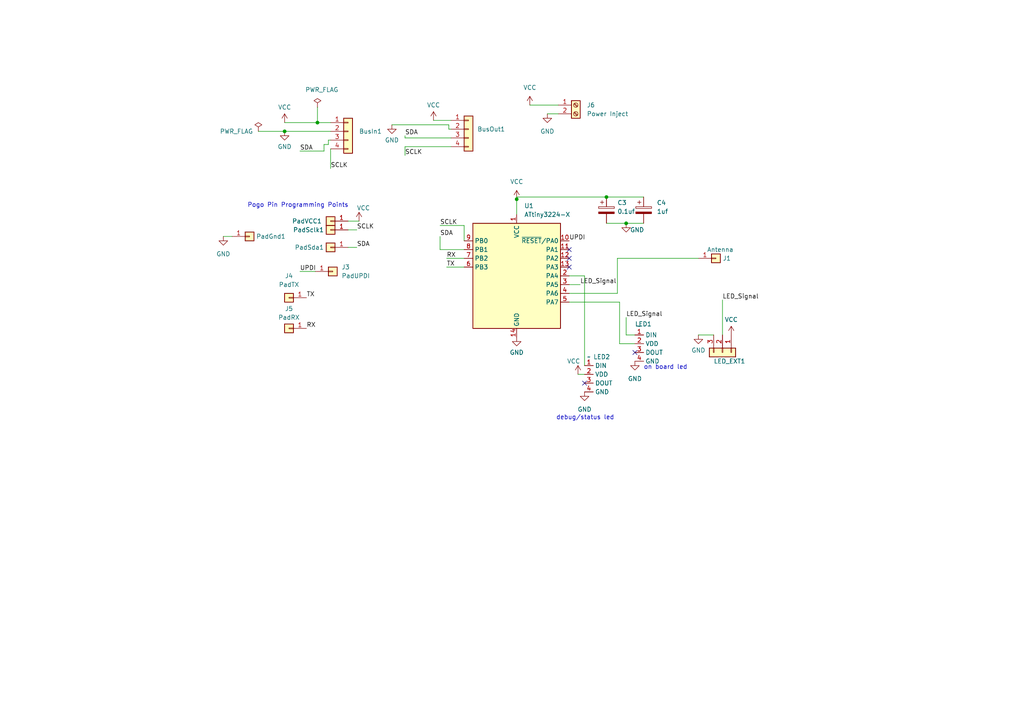
<source format=kicad_sch>
(kicad_sch (version 20230121) (generator eeschema)
  (paper "A4")
  (lib_symbols
    (symbol "CapacitiveLedFadeLibrary:SK6805-EC15"
      (property "Reference" "LED" (at 0 0 0))
      (symbol "SK6805-EC15_1_1"
        (pin input line (at -1.27 -2.54 0) (length 2.54) (name "DIN") (number "1"))
        (pin input line (at -1.27 -5.08 0) (length 2.54) (name "VDD") (number "2"))
        (pin output line (at -1.27 -7.62 0) (length 2.54) (name "DOUT") (number "3"))
        (pin input line (at -1.27 -10.16 0) (length 2.54) (name "GND") (number "4"))
      )
    )
    (symbol "Connector:Screw_Terminal_01x02" (pin_names (offset 1.016) hide)
      (property "Reference" "J" (at 0 2.54 0))
      (property "Value" "Screw_Terminal_01x02" (at 0 -5.08 0))
      (symbol "Screw_Terminal_01x02_1_1"
        (rectangle (start -1.27 1.27) (end 1.27 -3.81) (stroke (width 0.254)) (fill (type background)))
        (circle (center 0 -2.54) (radius 0.635) (stroke (width 0.1524)))
        (polyline (pts (xy -0.5334 -2.2098) (xy 0.3302 -3.048)) (stroke (width 0.1524)))
        (polyline (pts (xy -0.5334 0.3302) (xy 0.3302 -0.508)) (stroke (width 0.1524)))
        (polyline (pts (xy -0.3556 -2.032) (xy 0.508 -2.8702)) (stroke (width 0.1524)))
        (polyline (pts (xy -0.3556 0.508) (xy 0.508 -0.3302)) (stroke (width 0.1524)))
        (circle (center 0 0) (radius 0.635) (stroke (width 0.1524)))
        (pin passive line (at -5.08 0 0) (length 3.81) (name "Pin_1") (number "1"))
        (pin passive line (at -5.08 -2.54 0) (length 3.81) (name "Pin_2") (number "2"))
      )
    )
    (symbol "Connector_Generic:Conn_01x01" (pin_names (offset 1.016) hide)
      (property "Reference" "J" (at 0 2.54 0))
      (property "Value" "Conn_01x01" (at 0 -2.54 0))
      (symbol "Conn_01x01_1_1"
        (rectangle (start -1.27 0.127) (end 0 -0.127) (stroke (width 0.1524)))
        (rectangle (start -1.27 1.27) (end 1.27 -1.27) (stroke (width 0.254)) (fill (type background)))
        (pin passive line (at -5.08 0 0) (length 3.81) (name "Pin_1") (number "1"))
      )
    )
    (symbol "Connector_Generic:Conn_01x03" (pin_names (offset 1.016) hide)
      (property "Reference" "J" (at 0 5.08 0))
      (property "Value" "Conn_01x03" (at 0 -5.08 0))
      (symbol "Conn_01x03_1_1"
        (rectangle (start -1.27 -2.413) (end 0 -2.667) (stroke (width 0.1524)))
        (rectangle (start -1.27 0.127) (end 0 -0.127) (stroke (width 0.1524)))
        (rectangle (start -1.27 2.667) (end 0 2.413) (stroke (width 0.1524)))
        (rectangle (start -1.27 3.81) (end 1.27 -3.81) (stroke (width 0.254)) (fill (type background)))
        (pin passive line (at -5.08 2.54 0) (length 3.81) (name "Pin_1") (number "1"))
        (pin passive line (at -5.08 0 0) (length 3.81) (name "Pin_2") (number "2"))
        (pin passive line (at -5.08 -2.54 0) (length 3.81) (name "Pin_3") (number "3"))
      )
    )
    (symbol "Connector_Generic:Conn_01x04" (pin_names (offset 1.016) hide)
      (property "Reference" "J" (at 0 5.08 0))
      (property "Value" "Conn_01x04" (at 0 -7.62 0))
      (symbol "Conn_01x04_1_1"
        (rectangle (start -1.27 -4.953) (end 0 -5.207) (stroke (width 0.1524)))
        (rectangle (start -1.27 -2.413) (end 0 -2.667) (stroke (width 0.1524)))
        (rectangle (start -1.27 0.127) (end 0 -0.127) (stroke (width 0.1524)))
        (rectangle (start -1.27 2.667) (end 0 2.413) (stroke (width 0.1524)))
        (rectangle (start -1.27 3.81) (end 1.27 -6.35) (stroke (width 0.254)) (fill (type background)))
        (pin passive line (at -5.08 2.54 0) (length 3.81) (name "Pin_1") (number "1"))
        (pin passive line (at -5.08 0 0) (length 3.81) (name "Pin_2") (number "2"))
        (pin passive line (at -5.08 -2.54 0) (length 3.81) (name "Pin_3") (number "3"))
        (pin passive line (at -5.08 -5.08 0) (length 3.81) (name "Pin_4") (number "4"))
      )
    )
    (symbol "Device:C_Polarized" (pin_numbers hide) (pin_names (offset 0.254))
      (property "Reference" "C" (at 0.635 2.54 0))
      (property "Value" "C_Polarized" (at 0.635 -2.54 0))
      (symbol "C_Polarized_0_1"
        (rectangle (start -2.286 0.508) (end 2.286 1.016))
        (polyline (pts (xy -1.778 2.286) (xy -0.762 2.286)))
        (polyline (pts (xy -1.27 2.794) (xy -1.27 1.778)))
        (rectangle (start 2.286 -0.508) (end -2.286 -1.016) (fill (type outline)))
      )
      (symbol "C_Polarized_1_1"
        (pin passive line (at 0 3.81 270) (length 2.794) (name "~") (number "1"))
        (pin passive line (at 0 -3.81 90) (length 2.794) (name "~") (number "2"))
      )
    )
    (symbol "MCU_Microchip_ATtiny:ATtiny3224-X"
      (property "Reference" "U" (at -12.7 16.51 0))
      (property "Value" "ATtiny3224-X" (at 2.54 -16.51 0))
      (symbol "ATtiny3224-X_0_1"
        (rectangle (start -12.7 -15.24) (end 12.7 15.24) (stroke (width 0.254)) (fill (type background)))
      )
      (symbol "ATtiny3224-X_1_1"
        (pin power_in line (at 0 17.78 270) (length 2.54) (name "VCC") (number "1"))
        (pin bidirectional line (at 15.24 10.16 180) (length 2.54) (name "~{RESET}/PA0") (number "10"))
        (pin bidirectional line (at 15.24 7.62 180) (length 2.54) (name "PA1") (number "11"))
        (pin bidirectional line (at 15.24 5.08 180) (length 2.54) (name "PA2") (number "12"))
        (pin bidirectional line (at 15.24 2.54 180) (length 2.54) (name "PA3") (number "13"))
        (pin power_in line (at 0 -17.78 90) (length 2.54) (name "GND") (number "14"))
        (pin bidirectional line (at 15.24 0 180) (length 2.54) (name "PA4") (number "2"))
        (pin bidirectional line (at 15.24 -2.54 180) (length 2.54) (name "PA5") (number "3"))
        (pin bidirectional line (at 15.24 -5.08 180) (length 2.54) (name "PA6") (number "4"))
        (pin bidirectional line (at 15.24 -7.62 180) (length 2.54) (name "PA7") (number "5"))
        (pin bidirectional line (at -15.24 2.54 0) (length 2.54) (name "PB3") (number "6"))
        (pin bidirectional line (at -15.24 5.08 0) (length 2.54) (name "PB2") (number "7"))
        (pin bidirectional line (at -15.24 7.62 0) (length 2.54) (name "PB1") (number "8"))
        (pin bidirectional line (at -15.24 10.16 0) (length 2.54) (name "PB0") (number "9"))
      )
    )
    (symbol "power:GND" (power) (pin_names (offset 0))
      (property "Value" "GND" (at 0 -3.81 0))
      (symbol "GND_0_1"
        (polyline (pts (xy 0 0) (xy 0 -1.27) (xy 1.27 -1.27) (xy 0 -2.54) (xy -1.27 -1.27) (xy 0 -1.27)))
      )
      (symbol "GND_1_1"
        (pin power_in line (at 0 0 270) (length 0) hide (name "GND") (number "1"))
      )
    )
    (symbol "power:PWR_FLAG" (power) (pin_numbers hide) (pin_names (offset 0) hide)
      (property "Value" "PWR_FLAG" (at 0 3.81 0))
      (symbol "PWR_FLAG_0_0"
        (pin power_out line (at 0 0 90) (length 0) (name "pwr") (number "1"))
      )
      (symbol "PWR_FLAG_0_1"
        (polyline (pts (xy 0 0) (xy 0 1.27) (xy -1.016 1.905) (xy 0 2.54) (xy 1.016 1.905) (xy 0 1.27)))
      )
    )
    (symbol "power:VCC" (power) (pin_names (offset 0))
      (property "Value" "VCC" (at 0 3.81 0))
      (symbol "VCC_0_1"
        (polyline (pts (xy -0.762 1.27) (xy 0 2.54)))
        (polyline (pts (xy 0 0) (xy 0 2.54)))
        (polyline (pts (xy 0 2.54) (xy 0.762 1.27)))
      )
      (symbol "VCC_1_1"
        (pin power_in line (at 0 0 90) (length 0) hide (name "VCC") (number "1"))
      )
    )
  )
  (junction (at 181.61 64.77))
  (junction (at 149.86 57.785))
  (junction (at 82.55 38.1))
  (junction (at 92.075 35.56))
  (junction (at 175.895 57.15))
  (no_connect (at 165.1 74.93))
  (no_connect (at 165.1 77.47))
  (no_connect (at 165.1 72.39))
  (no_connect (at 169.545 111.125))
  (no_connect (at 184.15 102.235))
  (wire (pts (xy 130.81 40.005) (xy 117.475 40.005)))
  (wire (pts (xy 82.55 35.56) (xy 92.075 35.56)))
  (wire (pts (xy 117.475 40.005) (xy 117.475 39.37)))
  (wire (pts (xy 117.475 42.545) (xy 117.475 45.085)))
  (wire (pts (xy 179.705 87.63) (xy 179.705 99.695)))
  (wire (pts (xy 175.895 57.15) (xy 149.86 57.15)))
  (wire (pts (xy 130.175 36.195) (xy 130.175 37.465)))
  (wire (pts (xy 95.885 43.18) (xy 95.885 48.895)))
  (wire (pts (xy 202.565 74.93) (xy 179.07 74.93)))
  (wire (pts (xy 153.67 30.48) (xy 161.925 30.48)))
  (wire (pts (xy 125.73 34.925) (xy 130.81 34.925)))
  (wire (pts (xy 165.1 87.63) (xy 179.705 87.63)))
  (wire (pts (xy 175.895 64.77) (xy 181.61 64.77)))
  (wire (pts (xy 86.995 78.74) (xy 91.44 78.74)))
  (wire (pts (xy 64.77 68.58) (xy 67.31 68.58)))
  (wire (pts (xy 100.965 71.755) (xy 103.505 71.755)))
  (wire (pts (xy 86.995 43.815) (xy 93.98 43.815)))
  (wire (pts (xy 130.81 42.545) (xy 117.475 42.545)))
  (wire (pts (xy 82.55 38.1) (xy 95.885 38.1)))
  (wire (pts (xy 134.62 69.85) (xy 134.62 65.405)))
  (wire (pts (xy 209.55 86.995) (xy 209.55 97.155)))
  (wire (pts (xy 129.54 74.93) (xy 134.62 74.93)))
  (wire (pts (xy 181.61 92.075) (xy 181.61 97.155)))
  (wire (pts (xy 149.86 57.15) (xy 149.86 57.785)))
  (wire (pts (xy 74.93 38.1) (xy 82.55 38.1)))
  (wire (pts (xy 181.61 64.77) (xy 186.69 64.77)))
  (wire (pts (xy 179.07 85.09) (xy 165.1 85.09)))
  (wire (pts (xy 95.25 40.64) (xy 95.885 40.64)))
  (wire (pts (xy 179.705 99.695) (xy 184.15 99.695)))
  (wire (pts (xy 179.07 74.93) (xy 179.07 85.09)))
  (wire (pts (xy 95.25 41.91) (xy 95.25 40.64)))
  (wire (pts (xy 158.75 33.02) (xy 161.925 33.02)))
  (wire (pts (xy 92.075 31.115) (xy 92.075 35.56)))
  (wire (pts (xy 127.635 72.39) (xy 127.635 68.58)))
  (wire (pts (xy 181.61 97.155) (xy 184.15 97.155)))
  (wire (pts (xy 167.64 108.585) (xy 169.545 108.585)))
  (wire (pts (xy 168.275 82.55) (xy 165.1 82.55)))
  (wire (pts (xy 202.565 97.155) (xy 207.01 97.155)))
  (wire (pts (xy 130.175 37.465) (xy 130.81 37.465)))
  (wire (pts (xy 165.1 80.01) (xy 169.545 80.01)))
  (wire (pts (xy 134.62 72.39) (xy 127.635 72.39)))
  (wire (pts (xy 100.965 66.675) (xy 103.505 66.675)))
  (wire (pts (xy 149.86 57.785) (xy 149.86 62.23)))
  (wire (pts (xy 129.54 77.47) (xy 134.62 77.47)))
  (wire (pts (xy 100.965 64.135) (xy 104.14 64.135)))
  (wire (pts (xy 92.075 35.56) (xy 95.885 35.56)))
  (wire (pts (xy 175.895 57.15) (xy 186.69 57.15)))
  (wire (pts (xy 134.62 65.405) (xy 127.635 65.405)))
  (wire (pts (xy 93.98 41.91) (xy 93.98 43.815)))
  (wire (pts (xy 93.98 41.91) (xy 95.25 41.91)))
  (wire (pts (xy 113.665 36.195) (xy 130.175 36.195)))
  (wire (pts (xy 169.545 80.01) (xy 169.545 106.045)))
  (text "on board led" (at 186.69 107.315 0) (effects (font (size 1.27 1.27)) (justify left bottom)))
  (text "debug/status led" (at 161.29 121.92 0) (effects (font (size 1.27 1.27)) (justify left bottom)))
  (text "Pogo Pin Programming Points\n" (at 71.755 60.325 0) (effects (font (size 1.27 1.27)) (justify left bottom)))
  (label "SCLK" (at 127.635 65.405 0))
  (label "UPDI" (at 86.995 78.74 0))
  (label "RX" (at 88.9 95.25 0))
  (label "TX" (at 88.9 86.36 0))
  (label "LED_Signal" (at 168.275 82.55 0))
  (label "SDA" (at 117.475 39.37 0))
  (label "LED_Signal" (at 181.61 92.075 0))
  (label "TX" (at 129.54 77.47 0))
  (label "SDA" (at 127.635 68.58 0))
  (label "SCLK" (at 117.475 45.085 0))
  (label "LED_Signal" (at 209.55 86.995 0))
  (label "UPDI" (at 165.1 69.85 0))
  (label "SCLK" (at 103.505 66.675 0))
  (label "SDA" (at 86.995 43.815 0))
  (label "SDA" (at 103.505 71.755 0))
  (label "RX" (at 129.54 74.93 0))
  (label "SCLK" (at 95.885 48.895 0))
  (symbol (lib_id "power:VCC") (at 167.64 108.585 0) (unit 1)
    (property "Reference" "#PWR020" (effects hide))
    (property "Value" "VCC" (at 166.37 104.775 0))
  )
  (symbol (lib_id "Device:C_Polarized") (at 186.69 60.96 0) (unit 1)
    (property "Reference" "C4" (at 190.5 58.801 0) (effects (justify left)))
    (property "Value" "1uf" (at 190.5 61.341 0) (effects (justify left)))
    (property "Footprint" "Capacitor_SMD:C_0603_1608Metric" (effects hide))
  )
  (symbol (lib_id "power:GND") (at 149.86 97.79 0) (unit 1)
    (property "Reference" "#PWR015" (effects hide))
    (property "Value" "GND" (at 149.86 102.235 0))
  )
  (symbol (lib_id "Connector_Generic:Conn_01x01") (at 95.885 64.135 180) (unit 1)
    (property "Reference" "PadVCC1" (at 93.345 64.135 0) (effects (justify left)))
    (property "Value" "VCC" (effects hide))
    (property "Footprint" "Library:TestPoint_Pad_1.5mm_circular" (effects hide))
  )
  (symbol (lib_id "power:VCC") (at 149.86 57.785 0) (unit 1)
    (property "Reference" "#PWR014" (effects hide))
    (property "Value" "VCC" (at 149.86 52.705 0))
  )
  (symbol (lib_id "Connector:Screw_Terminal_01x02") (at 167.005 30.48 0) (unit 1)
    (property "Reference" "J6" (at 170.18 30.48 0) (effects (justify left)))
    (property "Value" "Power Inject" (at 170.18 33.02 0) (effects (justify left)))
    (property "Footprint" "Library:2Pad" (effects hide))
  )
  (symbol (lib_id "power:PWR_FLAG") (at 74.93 38.1 0) (unit 1)
    (property "Reference" "#FLG02" (effects hide))
    (property "Value" "PWR_FLAG" (at 68.58 38.1 0))
  )
  (symbol (lib_id "power:VCC") (at 153.67 30.48 0) (unit 1)
    (property "Reference" "#PWR013" (effects hide))
    (property "Value" "VCC" (at 153.67 25.4 0))
  )
  (symbol (lib_id "power:VCC") (at 104.14 64.135 0) (unit 1)
    (property "Reference" "#PWR010" (effects hide))
    (property "Value" "VCC" (at 105.41 60.325 0))
  )
  (symbol (lib_id "Connector_Generic:Conn_01x01") (at 72.39 68.58 0) (unit 1)
    (property "Reference" "PadGnd1" (at 74.295 68.58 0) (effects (justify left)))
    (property "Value" "GND" (effects hide))
    (property "Footprint" "Library:TestPoint_Pad_1.5mm_circular" (effects hide))
  )
  (symbol (lib_id "CapacitiveLedFadeLibrary:SK6805-EC15") (at 185.42 94.615 0) (unit 1)
    (property "Reference" "LED1" (at 184.15 93.98 0) (effects (justify left)))
    (property "Value" "~" (at 185.42 94.615 0))
    (property "Footprint" "CapacitiveLedFadeLibrary:SK6805-EC15" (effects hide))
  )
  (symbol (lib_id "MCU_Microchip_ATtiny:ATtiny3224-X") (at 149.86 80.01 0) (unit 1)
    (property "Reference" "U1" (at 152.0541 59.69 0) (effects (justify left)))
    (property "Value" "ATtiny3224-X" (at 152.0541 62.23 0) (effects (justify left)))
    (property "Footprint" "Package_SO:TSSOP-14_4.4x5mm_P0.65mm" (effects hide))
    (property "Datasheet" "https://ww1.microchip.com/downloads/en/DeviceDoc/ATtiny3224-3226-3227-Data-Sheet-DS40002345A.pdf" (effects hide))
  )
  (symbol (lib_id "Connector_Generic:Conn_01x01") (at 95.885 71.755 180) (unit 1)
    (property "Reference" "PadSda1" (at 93.98 71.755 0) (effects (justify left)))
    (property "Value" "SDA" (effects hide))
    (property "Footprint" "Library:TestPoint_Pad_1.5mm_circular" (effects hide))
  )
  (symbol (lib_id "Connector_Generic:Conn_01x01") (at 207.645 74.93 0) (unit 1)
    (property "Reference" "J1" (at 210.82 74.93 0))
    (property "Value" "Antenna" (at 208.915 72.39 0))
    (property "Footprint" "CapacitiveLedFadeLibrary:CapacitiveAntenna" (effects hide))
  )
  (symbol (lib_id "power:PWR_FLAG") (at 92.075 31.115 0) (unit 1)
    (property "Reference" "#FLG01" (effects hide))
    (property "Value" "PWR_FLAG" (at 93.345 26.035 0))
  )
  (symbol (lib_id "CapacitiveLedFadeLibrary:SK6805-EC15") (at 170.815 103.505 0) (unit 1)
    (property "Reference" "LED2" (at 172.085 103.505 0) (effects (justify left)))
    (property "Value" "~" (at 170.815 103.505 0))
    (property "Footprint" "CapacitiveLedFadeLibrary:SK6805-EC15" (effects hide))
  )
  (symbol (lib_id "power:GND") (at 184.15 104.775 0) (unit 1)
    (property "Reference" "#PWR019" (effects hide))
    (property "Value" "GND" (at 184.15 109.855 0))
  )
  (symbol (lib_id "power:GND") (at 113.665 36.195 0) (unit 1)
    (property "Reference" "#PWR02" (effects hide))
    (property "Value" "GND" (at 113.665 40.64 0))
  )
  (symbol (lib_id "Connector_Generic:Conn_01x01") (at 95.885 66.675 180) (unit 1)
    (property "Reference" "PadSclk1" (at 93.98 66.675 0) (effects (justify left)))
    (property "Value" "SCLK" (effects hide))
    (property "Footprint" "Library:TestPoint_Pad_1.5mm_circular" (effects hide))
  )
  (symbol (lib_id "power:GND") (at 169.545 113.665 0) (unit 1)
    (property "Reference" "#PWR021" (effects hide))
    (property "Value" "GND" (at 169.545 118.745 0))
  )
  (symbol (lib_id "Connector_Generic:Conn_01x04") (at 135.89 37.465 0) (unit 1)
    (property "Reference" "BusOut1" (at 138.43 37.465 0) (effects (justify left)))
    (property "Value" "Bus Out" (effects hide))
    (property "Footprint" "Connector_JST:JST_SH_BM04B-SRSS-TB_1x04-1MP_P1.00mm_Vertical" (effects hide))
  )
  (symbol (lib_id "power:VCC") (at 212.09 97.155 0) (unit 1)
    (property "Reference" "#PWR018" (effects hide))
    (property "Value" "VCC" (at 212.09 92.71 0))
  )
  (symbol (lib_id "power:VCC") (at 82.55 35.56 0) (unit 1)
    (property "Reference" "#PWR01" (effects hide))
    (property "Value" "VCC" (at 82.55 31.115 0))
  )
  (symbol (lib_id "power:GND") (at 82.55 38.1 0) (unit 1)
    (property "Reference" "#PWR03" (effects hide))
    (property "Value" "GND" (at 82.55 42.545 0))
  )
  (symbol (lib_id "power:VCC") (at 125.73 34.925 0) (unit 1)
    (property "Reference" "#PWR011" (effects hide))
    (property "Value" "VCC" (at 125.73 30.48 0))
  )
  (symbol (lib_id "Connector_Generic:Conn_01x01") (at 96.52 78.74 0) (unit 1)
    (property "Reference" "J3" (at 99.06 77.47 0) (effects (justify left)))
    (property "Value" "PadUPDI" (at 99.06 80.01 0) (effects (justify left)))
    (property "Footprint" "Library:TestPoint_Pad_1.5mm_circular" (effects hide))
  )
  (symbol (lib_id "power:GND") (at 181.61 64.77 0) (unit 1)
    (property "Reference" "#PWR016" (effects hide))
    (property "Value" "GND" (at 184.785 66.675 0))
  )
  (symbol (lib_id "Connector_Generic:Conn_01x03") (at 209.55 102.235 270) (unit 1)
    (property "Reference" "LED_EXT1" (at 207.01 104.775 90) (effects (justify left)))
    (property "Value" "LEDs" (effects hide))
    (property "Footprint" "Connector_JST:JST_SH_BM03B-SRSS-TB_1x03-1MP_P1.00mm_Vertical" (effects hide))
  )
  (symbol (lib_id "power:GND") (at 158.75 33.02 0) (unit 1)
    (property "Reference" "#PWR012" (effects hide))
    (property "Value" "GND" (at 158.75 38.1 0))
  )
  (symbol (lib_id "Connector_Generic:Conn_01x01") (at 83.82 95.25 180) (unit 1)
    (property "Reference" "J5" (at 83.82 89.535 0))
    (property "Value" "PadRX" (at 83.82 92.075 0))
    (property "Footprint" "Library:TestPoint_Pad_1.5mm_circular" (effects hide))
  )
  (symbol (lib_id "power:GND") (at 202.565 97.155 0) (unit 1)
    (property "Reference" "#PWR017" (effects hide))
    (property "Value" "GND" (at 202.565 101.6 0))
  )
  (symbol (lib_id "Connector_Generic:Conn_01x04") (at 100.965 38.1 0) (unit 1)
    (property "Reference" "BusIn1" (at 104.14 38.1 0) (effects (justify left)))
    (property "Value" "Bus In" (effects hide))
    (property "Footprint" "Connector_JST:JST_SH_BM04B-SRSS-TB_1x04-1MP_P1.00mm_Vertical" (effects hide))
  )
  (symbol (lib_id "power:GND") (at 64.77 68.58 0) (unit 1)
    (property "Reference" "#PWR04" (effects hide))
    (property "Value" "GND" (at 64.77 73.66 0))
  )
  (symbol (lib_id "Device:C_Polarized") (at 175.895 60.96 0) (unit 1)
    (property "Reference" "C3" (at 179.07 58.801 0) (effects (justify left)))
    (property "Value" "0.1uf" (at 179.07 61.341 0) (effects (justify left)))
    (property "Footprint" "Capacitor_SMD:C_0402_1005Metric" (effects hide))
  )
  (symbol (lib_id "Connector_Generic:Conn_01x01") (at 83.82 86.36 180) (unit 1)
    (property "Reference" "J4" (at 83.82 80.01 0))
    (property "Value" "PadTX" (at 83.82 82.55 0))
    (property "Footprint" "Library:TestPoint_Pad_1.5mm_circular" (effects hide))
  )
)
</source>
